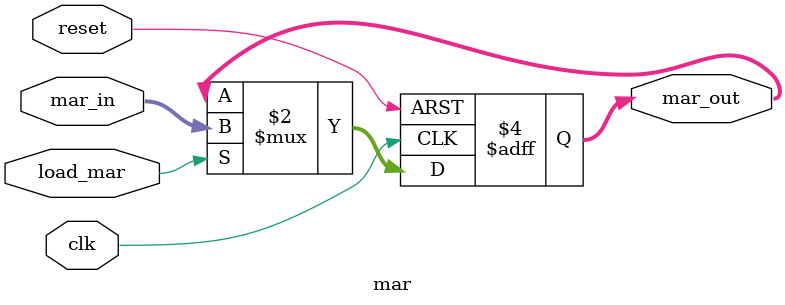
<source format=sv>
module mar
(
    input clk,
    input reset,
    input logic load_mar,
    input logic [31:0] mar_in,
    output logic [31:0] mar_out
);

always_ff @ (posedge clk or posedge reset)
begin
    if(reset)
        mar_out <= 32'h00000000;
    else if(load_mar)
        mar_out <= mar_in;
end

endmodule : mar
</source>
